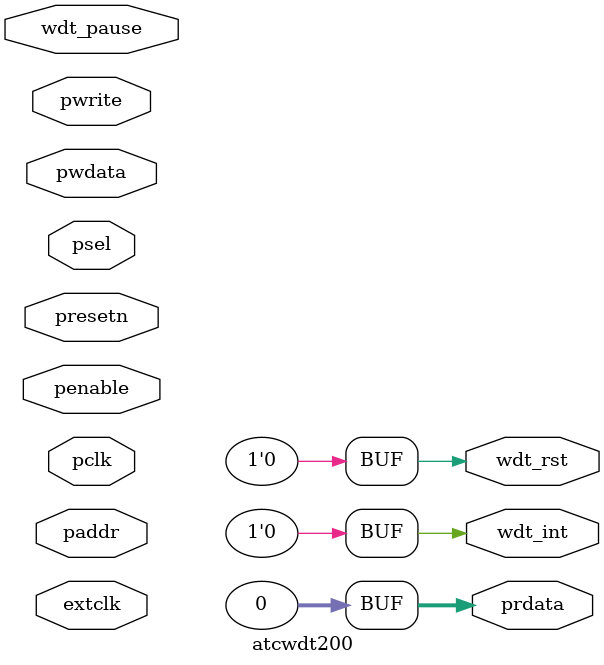
<source format=v>

`include "atcwdt200_config.vh"
`include "atcwdt200_const.vh"

module atcwdt200 (
	  extclk,
	  wdt_pause,
	  wdt_rst,
	  wdt_int,
	  pclk,
	  presetn,
	  psel,
	  penable,
	  paddr,
	  pwrite,
	  pwdata,
	  prdata
);
`ifdef ATCWDT200_32BIT_TIMER
	parameter COUNTER_WIDTH = 32;
	parameter INT_TIME_WIDTH = 4;
`else
	parameter COUNTER_WIDTH = 16;
	parameter INT_TIME_WIDTH = 3;
`endif

parameter ST_INTTIME = 1'h0;
parameter ST_RSTTIME = 1'h1;

input			extclk;
input			wdt_pause;
output			wdt_rst;
output			wdt_int;

input			pclk;
input			presetn;
input			psel;
input			penable;
input	[4:2]		paddr;
input			pwrite;
input	[31:0]		pwdata;
output	[31:0]		prdata;

wire			wdt_rst;
wire			wdt_int;

reg	[4:2]		s0;

wire	[31:0]		prdata;
wire			s1;



assign /*output			*/ wdt_rst ='d0;
assign /*output			*/ wdt_int='d0;
assign /*output	[31:0]		*/ prdata='d0;


endmodule

</source>
